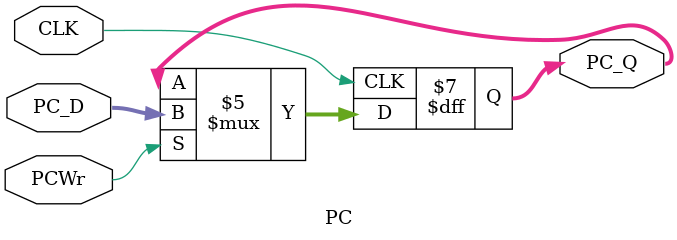
<source format=v>
`timescale 1ns / 1ps

module PC(
  input PCWr,
  //input PCWrCond,
  //input F3_result,
  input CLK,
  input [31:0] PC_D,
  output reg [31:0] PC_Q
    );
  //reg PC_W;
  initial PC_Q <= 0;
  always @ (posedge CLK) begin
        //PC_W=PCWr|(PCWrCond & F3_result);
        if(PCWr==1) PC_Q=PC_D;
  end
endmodule

</source>
